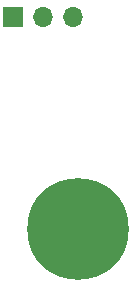
<source format=gbr>
%TF.GenerationSoftware,KiCad,Pcbnew,(6.0.8)*%
%TF.CreationDate,2023-05-16T00:54:05+01:00*%
%TF.ProjectId,photodiode,70686f74-6f64-4696-9f64-652e6b696361,rev?*%
%TF.SameCoordinates,Original*%
%TF.FileFunction,Soldermask,Bot*%
%TF.FilePolarity,Negative*%
%FSLAX46Y46*%
G04 Gerber Fmt 4.6, Leading zero omitted, Abs format (unit mm)*
G04 Created by KiCad (PCBNEW (6.0.8)) date 2023-05-16 00:54:05*
%MOMM*%
%LPD*%
G01*
G04 APERTURE LIST*
%ADD10R,1.700000X1.700000*%
%ADD11O,1.700000X1.700000*%
%ADD12C,8.600000*%
G04 APERTURE END LIST*
D10*
%TO.C,J1*%
X126475000Y-75000000D03*
D11*
X129015000Y-75000000D03*
X131555000Y-75000000D03*
%TD*%
D12*
%TO.C,H1*%
X132000000Y-93000000D03*
%TD*%
M02*

</source>
